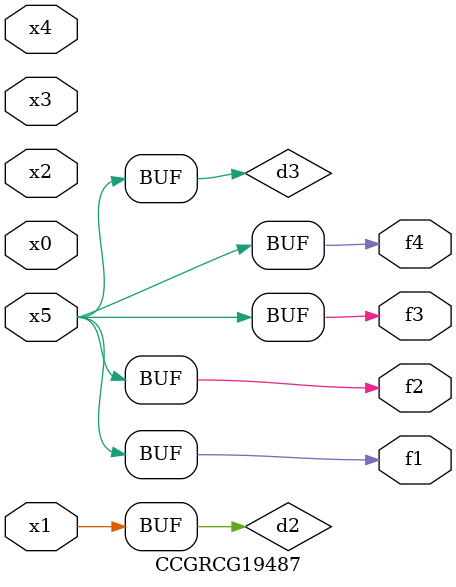
<source format=v>
module CCGRCG19487(
	input x0, x1, x2, x3, x4, x5,
	output f1, f2, f3, f4
);

	wire d1, d2, d3;

	not (d1, x5);
	or (d2, x1);
	xnor (d3, d1);
	assign f1 = d3;
	assign f2 = d3;
	assign f3 = d3;
	assign f4 = d3;
endmodule

</source>
